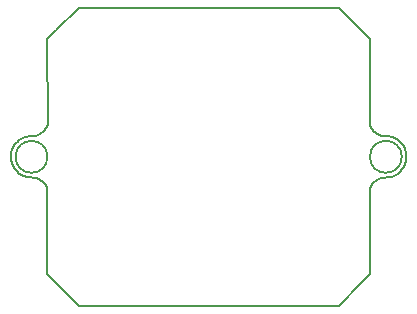
<source format=gbr>
%TF.GenerationSoftware,KiCad,Pcbnew,7.0.7*%
%TF.CreationDate,2023-10-04T23:51:43-06:00*%
%TF.ProjectId,GigE_Module,47696745-5f4d-46f6-9475-6c652e6b6963,rev?*%
%TF.SameCoordinates,Original*%
%TF.FileFunction,Profile,NP*%
%FSLAX46Y46*%
G04 Gerber Fmt 4.6, Leading zero omitted, Abs format (unit mm)*
G04 Created by KiCad (PCBNEW 7.0.7) date 2023-10-04 23:51:43*
%MOMM*%
%LPD*%
G01*
G04 APERTURE LIST*
%TA.AperFunction,Profile*%
%ADD10C,0.150000*%
%TD*%
%TA.AperFunction,Profile*%
%ADD11C,0.200000*%
%TD*%
G04 APERTURE END LIST*
D10*
X129969179Y-96789017D02*
X130067656Y-96806292D01*
X130419649Y-93122851D02*
X130328650Y-93164266D01*
X160070533Y-93300651D02*
X160168526Y-93320515D01*
X131015368Y-97485636D02*
X131063353Y-97573348D01*
X129869746Y-96778570D02*
X129969179Y-96789017D01*
X128108061Y-95567042D02*
X128141734Y-95661188D01*
X160544426Y-93454694D02*
X160632848Y-93501372D01*
X129674263Y-96772269D02*
X129769830Y-96774999D01*
X158444983Y-92415967D02*
X158489026Y-92505724D01*
X161521254Y-95076099D02*
X161515481Y-95175918D01*
X159869737Y-96772269D02*
X159774170Y-96774999D01*
X159284126Y-96860963D02*
X159191299Y-96898098D01*
X128274158Y-95929970D02*
X128328287Y-96014037D01*
X160799192Y-96441819D02*
X160716599Y-96498172D01*
X131136789Y-92323396D02*
X131122000Y-85075000D01*
X161515670Y-94876285D02*
X161521317Y-94976112D01*
X129475647Y-96749725D02*
X129574633Y-96763835D01*
X161269842Y-95929970D02*
X161215713Y-96014037D01*
X161402266Y-95661188D02*
X161363271Y-95753256D01*
X158407211Y-92323396D02*
X158444983Y-92415967D01*
X128588309Y-93736056D02*
X128516627Y-93805763D01*
X161027373Y-93805763D02*
X161094957Y-93879449D01*
X128518169Y-96245823D02*
X128589939Y-96315439D01*
X128141734Y-95661188D02*
X128180729Y-95753256D01*
X129278775Y-93345944D02*
X129183686Y-93376853D01*
X161216962Y-94037789D02*
X161270985Y-94121924D01*
X160263102Y-96704678D02*
X160166372Y-96729985D01*
X160954061Y-96315439D02*
X160878433Y-96380842D01*
X130235021Y-93199333D02*
X130139204Y-93227884D01*
X159574821Y-96789017D02*
X159476344Y-96806292D01*
X128039669Y-94776944D02*
X128028330Y-94876285D01*
X130748972Y-92898038D02*
X130672639Y-92962609D01*
X161504016Y-95275245D02*
X161486897Y-95373755D01*
X130961453Y-97401438D02*
X131015368Y-97485636D01*
X131004870Y-92592244D02*
X130948941Y-92675117D01*
X129473467Y-93300651D02*
X129375474Y-93320515D01*
X129280898Y-96704678D02*
X129377628Y-96729985D01*
X130259874Y-96860963D02*
X130352701Y-96898098D01*
X160880146Y-93670557D02*
X160955691Y-93736056D01*
X160068353Y-96749725D02*
X159969367Y-96763835D01*
X159404796Y-93227884D02*
X159502348Y-93249785D01*
X158707116Y-97245172D02*
X158642137Y-97321157D01*
X161270985Y-94121924D02*
X161320114Y-94209008D01*
X161364190Y-94298755D02*
X161403069Y-94390873D01*
X128079258Y-94581012D02*
X128056664Y-94678413D01*
X130901863Y-97321157D02*
X130961453Y-97401438D01*
X128180729Y-95753256D02*
X128224918Y-95842948D01*
X158489026Y-92505724D02*
X158539130Y-92592244D01*
X131054974Y-92505724D02*
X131004870Y-92592244D01*
X129001560Y-96596281D02*
X129092556Y-96637717D01*
X160800982Y-93609480D02*
X160880146Y-93670557D01*
X159674254Y-96778570D02*
X159574821Y-96789017D01*
X128744808Y-96441819D02*
X128827401Y-96498172D01*
X158422000Y-104975000D02*
X157672000Y-105725000D01*
X158951949Y-93021783D02*
X159036412Y-93075281D01*
X161158222Y-93956876D02*
X161216962Y-94037789D01*
X161156871Y-96094876D02*
X161093508Y-96172222D01*
X129375474Y-93320515D02*
X129278775Y-93345944D01*
X129843193Y-93273256D02*
X129772000Y-93275000D01*
X161464742Y-94581012D02*
X161487336Y-94678413D01*
X158723312Y-92828376D02*
X158795028Y-92898038D01*
X161094957Y-93879449D02*
X161158222Y-93956876D01*
X129572435Y-93286416D02*
X129473467Y-93300651D01*
X158539130Y-92592244D02*
X158595059Y-92675117D01*
X159101251Y-96941543D02*
X159014411Y-96991089D01*
X128057103Y-95373755D02*
X128079820Y-95471127D01*
X131872000Y-105725000D02*
X133772000Y-107625000D01*
X130529589Y-96991089D02*
X130612809Y-97046502D01*
X161403069Y-94390873D02*
X161436622Y-94485062D01*
X158528632Y-97485636D02*
X158480647Y-97573348D01*
X130766822Y-97173846D02*
X130836884Y-97245172D01*
X128999574Y-93454694D02*
X128911152Y-93501372D01*
X133772000Y-82425000D02*
X153972000Y-82425000D01*
X159774170Y-96774999D02*
X159774170Y-96774999D01*
X161320114Y-94209008D02*
X161364190Y-94298755D01*
X160453482Y-93413143D02*
X160544426Y-93454694D01*
X158795028Y-92898038D02*
X158871361Y-92962609D01*
X130139204Y-93227884D02*
X130041652Y-93249785D01*
X128911152Y-93501372D02*
X128825540Y-93553023D01*
X160166372Y-96729985D02*
X160068353Y-96749725D01*
X128589939Y-96315439D02*
X128665567Y-96380842D01*
X130328650Y-93164266D02*
X130235021Y-93199333D01*
X128028330Y-94876285D02*
X128022683Y-94976112D01*
X158422000Y-85075000D02*
X157672000Y-84325000D01*
X158777178Y-97173846D02*
X158707116Y-97245172D01*
X129672054Y-93277856D02*
X129572435Y-93286416D01*
X161486897Y-95373755D02*
X161464180Y-95471127D01*
X161487336Y-94678413D02*
X161504331Y-94776944D01*
X128387129Y-96094876D02*
X128450492Y-96172222D01*
X161093508Y-96172222D02*
X161025831Y-96245823D01*
X131105179Y-97664159D02*
X131122000Y-104975000D01*
X161363271Y-95753256D02*
X161319082Y-95842948D01*
X128079820Y-95471127D02*
X128108061Y-95567042D01*
X159191299Y-96898098D02*
X159101251Y-96941543D01*
X158642137Y-97321157D02*
X158582547Y-97401438D01*
X159772000Y-93275000D02*
X159871946Y-93277856D01*
X130164708Y-96830312D02*
X130259874Y-96860963D01*
X159308979Y-93199333D02*
X159404796Y-93227884D01*
X159969367Y-96763835D02*
X159869737Y-96772269D01*
X160955691Y-93736056D02*
X161027373Y-93805763D01*
X128056664Y-94678413D02*
X128039669Y-94776944D01*
X161215713Y-96014037D02*
X161156871Y-96094876D01*
X130041652Y-93249785D02*
X129942826Y-93264933D01*
X160630922Y-96549715D02*
X160542440Y-96596281D01*
X157672000Y-105725000D02*
X155772000Y-107625000D01*
X159601174Y-93264933D02*
X159700807Y-93273256D01*
X128663854Y-93670557D02*
X128588309Y-93736056D01*
X158407211Y-92323396D02*
X158422000Y-85075000D01*
X158851988Y-97107517D02*
X158777178Y-97173846D01*
X161464180Y-95471127D02*
X161435939Y-95567042D01*
X130442749Y-96941543D02*
X130529589Y-96991089D01*
X159014411Y-96991089D02*
X158931191Y-97046502D01*
X159971565Y-93286416D02*
X160070533Y-93300651D01*
X129090518Y-93413143D02*
X128999574Y-93454694D01*
X158931191Y-97046502D02*
X158851988Y-97107517D01*
X159124351Y-93122851D02*
X159215350Y-93164266D01*
X159774170Y-96774999D02*
X159674254Y-96778570D01*
X128039984Y-95275245D02*
X128057103Y-95373755D01*
X157672000Y-84325000D02*
X155772000Y-82425000D01*
X128028519Y-95175918D02*
X128039984Y-95275245D01*
X161025831Y-96245823D02*
X160954061Y-96315439D01*
X160360314Y-93376853D02*
X160453482Y-93413143D01*
X160358230Y-96673889D02*
X160263102Y-96704678D01*
X128107378Y-94485062D02*
X128079258Y-94581012D01*
X158871361Y-92962609D02*
X158951949Y-93021783D01*
X159700807Y-93273256D02*
X159772000Y-93275000D01*
X159215350Y-93164266D02*
X159308979Y-93199333D01*
X161319082Y-95842948D02*
X161269842Y-95929970D01*
X128140931Y-94390873D02*
X128107378Y-94485062D01*
X128450492Y-96172222D02*
X128518169Y-96245823D01*
X130820688Y-92828376D02*
X130748972Y-92898038D01*
X131136789Y-92323396D02*
X131099017Y-92415967D01*
X129574633Y-96763835D02*
X129674263Y-96772269D01*
X130592051Y-93021783D02*
X130507588Y-93075281D01*
X155772000Y-107625000D02*
X133772000Y-107625000D01*
X160632848Y-93501372D02*
X160718460Y-93553023D01*
X128913078Y-96549715D02*
X129001560Y-96596281D01*
X160716599Y-96498172D02*
X160630922Y-96549715D01*
X161515481Y-95175918D02*
X161504016Y-95275245D01*
D11*
X131122000Y-95025000D02*
G75*
G03*
X131122000Y-95025000I-1350000J0D01*
G01*
D10*
X128328287Y-96014037D02*
X128387129Y-96094876D01*
X128224918Y-95842948D02*
X128274158Y-95929970D01*
X131099017Y-92415967D02*
X131054974Y-92505724D01*
X130507588Y-93075281D02*
X130419649Y-93122851D01*
X130672639Y-92962609D02*
X130592051Y-93021783D01*
X160542440Y-96596281D02*
X160451444Y-96637717D01*
X158656550Y-92753951D02*
X158723312Y-92828376D01*
X131122000Y-104975000D02*
X131872000Y-105725000D01*
X131872000Y-84325000D02*
X133772000Y-82425000D01*
X160718460Y-93553023D02*
X160800982Y-93609480D01*
X129377628Y-96729985D02*
X129475647Y-96749725D01*
X129942826Y-93264933D02*
X129843193Y-93273256D01*
X128022746Y-95076099D02*
X128028519Y-95175918D01*
X161436622Y-94485062D02*
X161464742Y-94581012D01*
X159036412Y-93075281D02*
X159124351Y-93122851D01*
X128827401Y-96498172D02*
X128913078Y-96549715D01*
X129092556Y-96637717D02*
X129185770Y-96673889D01*
X160878433Y-96380842D02*
X160799192Y-96441819D01*
X129769830Y-96774999D02*
X129869746Y-96778570D01*
X130067656Y-96806292D02*
X130164708Y-96830312D01*
X158595059Y-92675117D02*
X158656550Y-92753951D01*
X160168526Y-93320515D02*
X160265225Y-93345944D01*
X128273015Y-94121924D02*
X128223886Y-94209008D01*
X159476344Y-96806292D02*
X159379292Y-96830312D01*
X129183686Y-93376853D02*
X129090518Y-93413143D01*
X160451444Y-96637717D02*
X160358230Y-96673889D01*
X131122000Y-85075000D02*
X131872000Y-84325000D01*
X128516627Y-93805763D02*
X128449043Y-93879449D01*
X159379292Y-96830312D02*
X159284126Y-96860963D01*
X128743018Y-93609480D02*
X128663854Y-93670557D01*
X130612809Y-97046502D02*
X130692012Y-97107517D01*
X129185770Y-96673889D02*
X129280898Y-96704678D01*
X155772000Y-82425000D02*
X153972000Y-82425000D01*
X158582547Y-97401438D02*
X158528632Y-97485636D01*
X130948941Y-92675117D02*
X130887450Y-92753951D01*
X129772000Y-93275000D02*
X129672054Y-93277856D01*
X128825540Y-93553023D02*
X128743018Y-93609480D01*
X161504331Y-94776944D02*
X161515670Y-94876285D01*
X131063353Y-97573348D02*
X131105179Y-97664159D01*
X130352701Y-96898098D02*
X130442749Y-96941543D01*
X128022683Y-94976112D02*
X128022746Y-95076099D01*
X160265225Y-93345944D02*
X160360314Y-93376853D01*
X130887450Y-92753951D02*
X130820688Y-92828376D01*
X159502348Y-93249785D02*
X159601174Y-93264933D01*
X161435939Y-95567042D02*
X161402266Y-95661188D01*
X158438821Y-97664159D02*
X158422000Y-104975000D01*
X128327038Y-94037789D02*
X128273015Y-94121924D01*
X128665567Y-96380842D02*
X128744808Y-96441819D01*
X128449043Y-93879449D02*
X128385778Y-93956876D01*
X161521317Y-94976112D02*
X161521254Y-95076099D01*
D11*
X161122000Y-95025000D02*
G75*
G03*
X161122000Y-95025000I-1350000J0D01*
G01*
D10*
X128385778Y-93956876D02*
X128327038Y-94037789D01*
X159871946Y-93277856D02*
X159971565Y-93286416D01*
X128179810Y-94298755D02*
X128140931Y-94390873D01*
X128223886Y-94209008D02*
X128179810Y-94298755D01*
X158480647Y-97573348D02*
X158438821Y-97664159D01*
X130692012Y-97107517D02*
X130766822Y-97173846D01*
X130836884Y-97245172D02*
X130901863Y-97321157D01*
M02*

</source>
